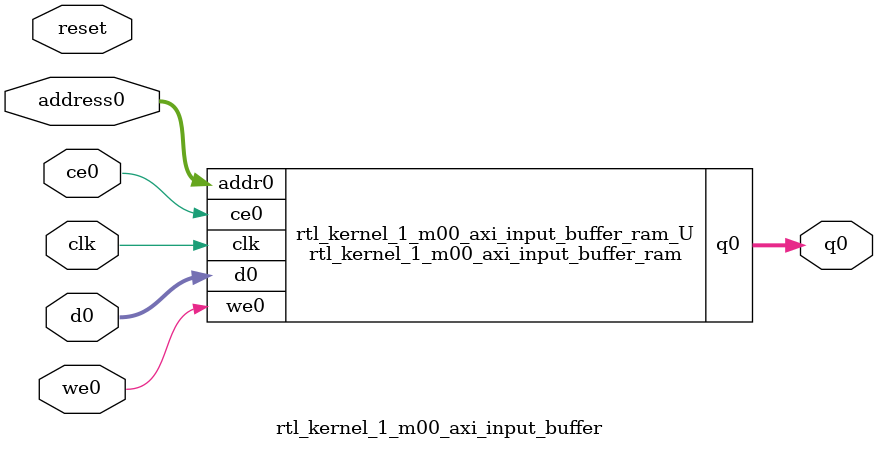
<source format=v>
`timescale 1 ns / 1 ps
module rtl_kernel_1_m00_axi_input_buffer_ram (addr0, ce0, d0, we0, q0,  clk);

parameter DWIDTH = 32;
parameter AWIDTH = 13;
parameter MEM_SIZE = 8192;

input[AWIDTH-1:0] addr0;
input ce0;
input[DWIDTH-1:0] d0;
input we0;
output reg[DWIDTH-1:0] q0;
input clk;

(* ram_style = "block" *)reg [DWIDTH-1:0] ram[0:MEM_SIZE-1];




always @(posedge clk)  
begin 
    if (ce0) begin
        if (we0) 
            ram[addr0] <= d0; 
        q0 <= ram[addr0];
    end
end


endmodule

`timescale 1 ns / 1 ps
module rtl_kernel_1_m00_axi_input_buffer(
    reset,
    clk,
    address0,
    ce0,
    we0,
    d0,
    q0);

parameter DataWidth = 32'd32;
parameter AddressRange = 32'd8192;
parameter AddressWidth = 32'd13;
input reset;
input clk;
input[AddressWidth - 1:0] address0;
input ce0;
input we0;
input[DataWidth - 1:0] d0;
output[DataWidth - 1:0] q0;



rtl_kernel_1_m00_axi_input_buffer_ram rtl_kernel_1_m00_axi_input_buffer_ram_U(
    .clk( clk ),
    .addr0( address0 ),
    .ce0( ce0 ),
    .we0( we0 ),
    .d0( d0 ),
    .q0( q0 ));

endmodule


</source>
